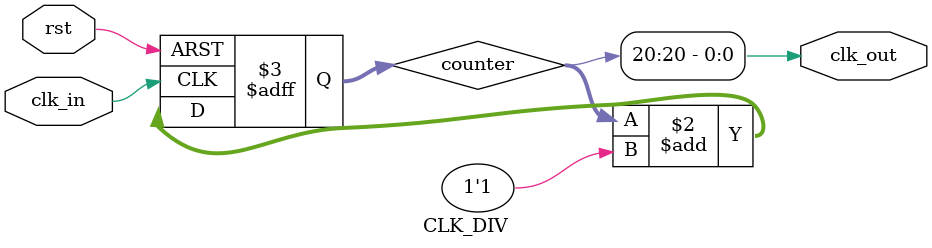
<source format=v>
`timescale 1ns / 1ps

module CLK_DIV(
input clk_in,
input rst,
output clk_out
    );
   reg [20:0]counter;

        always @ (posedge clk_in or posedge rst)begin
            if(rst)begin 
                counter<=0;
            end
            else begin
                counter<=counter+1'b1;
            end
        end
        assign clk_out=counter[20];
//assign clk_out=clk_in;

endmodule

</source>
